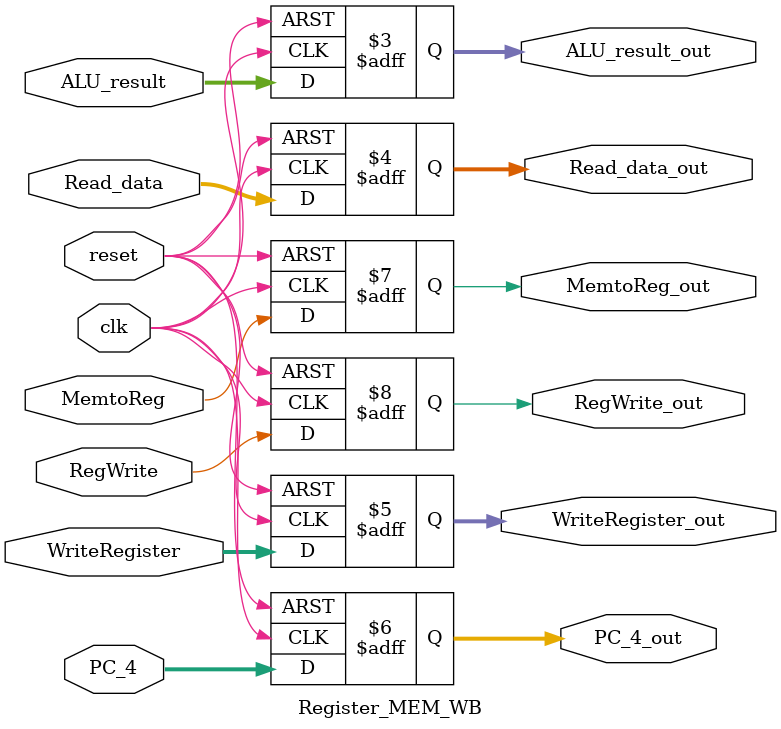
<source format=v>
/******************************************************************
* Description
*	This is a register that corresponds to the MEM/WB. 
*	This register does not have an enable signal.
* Version:
*	1.0
* Author:
*	Alexis Muñoz
* email:
*	is713743@iteso.mx
* Date:
*	19/04/2020
******************************************************************/

module Register_MEM_WB
#(
	parameter N=32
)
(
	input clk,
	input reset,
	input [N-1:0] ALU_result,
	input [N-1:0] Read_data,
	input [4:0] WriteRegister,
	input [N-1:0] PC_4,
	//Control
	input MemtoReg,
	input RegWrite,
	
	
	output reg [N-1:0] ALU_result_out,
	output reg [N-1:0] Read_data_out,
	output reg [4:0] WriteRegister_out,
	output reg [N-1:0] PC_4_out, 	
	//Control
	output reg MemtoReg_out,
	output reg RegWrite_out
);

always@(negedge reset or posedge clk) begin
	if(reset==0)
		begin
			ALU_result_out <= 0;
			Read_data_out <= 0;
			WriteRegister_out <= 0;
			PC_4_out <= 0;
			//Control
			MemtoReg_out <= 0;
			RegWrite_out <= 0;
		end
	else	
		begin
			ALU_result_out <= ALU_result;
			Read_data_out <= Read_data;
			WriteRegister_out <= WriteRegister;
			PC_4_out <= PC_4;
			//Control
			MemtoReg_out <= MemtoReg;
			RegWrite_out <= RegWrite;
		end
end

endmodule
//pcreg//
</source>
